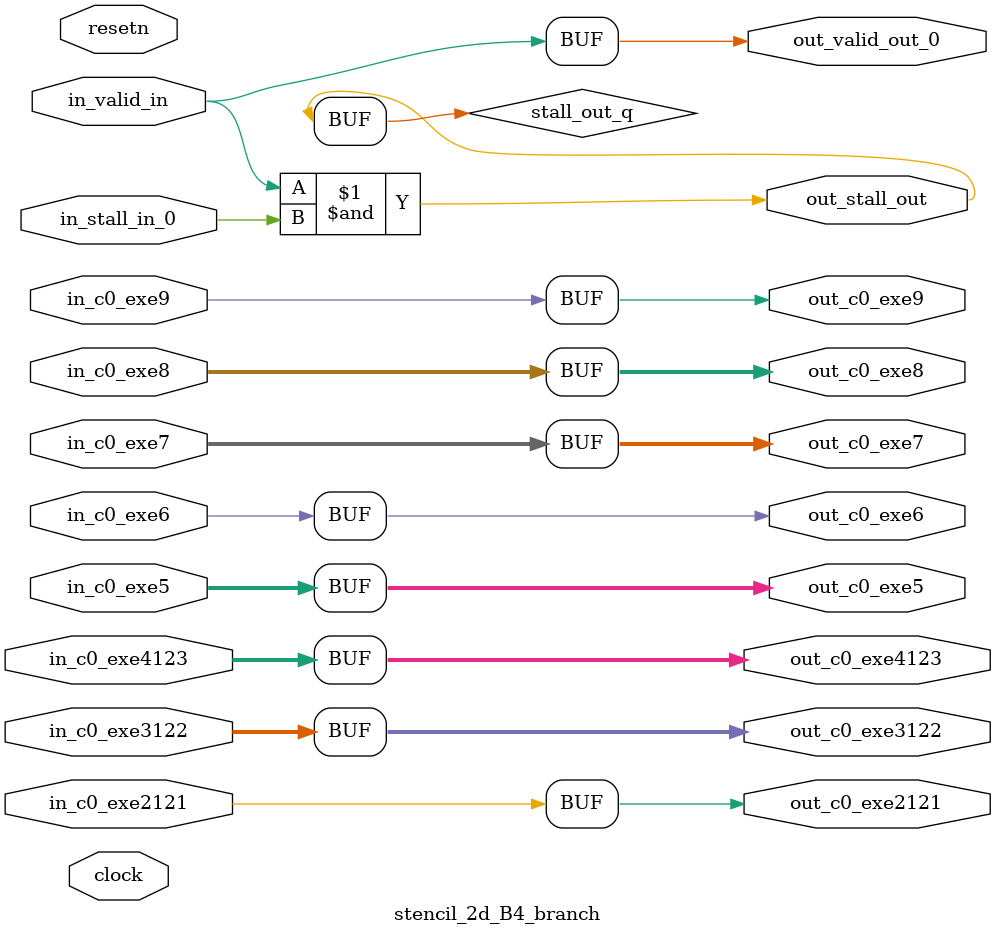
<source format=sv>



(* altera_attribute = "-name AUTO_SHIFT_REGISTER_RECOGNITION OFF; -name MESSAGE_DISABLE 10036; -name MESSAGE_DISABLE 10037; -name MESSAGE_DISABLE 14130; -name MESSAGE_DISABLE 14320; -name MESSAGE_DISABLE 15400; -name MESSAGE_DISABLE 14130; -name MESSAGE_DISABLE 10036; -name MESSAGE_DISABLE 12020; -name MESSAGE_DISABLE 12030; -name MESSAGE_DISABLE 12010; -name MESSAGE_DISABLE 12110; -name MESSAGE_DISABLE 14320; -name MESSAGE_DISABLE 13410; -name MESSAGE_DISABLE 113007; -name MESSAGE_DISABLE 10958" *)
module stencil_2d_B4_branch (
    input wire [0:0] in_c0_exe2121,
    input wire [31:0] in_c0_exe3122,
    input wire [31:0] in_c0_exe4123,
    input wire [31:0] in_c0_exe5,
    input wire [0:0] in_c0_exe6,
    input wire [31:0] in_c0_exe7,
    input wire [31:0] in_c0_exe8,
    input wire [0:0] in_c0_exe9,
    input wire [0:0] in_stall_in_0,
    input wire [0:0] in_valid_in,
    output wire [0:0] out_c0_exe2121,
    output wire [31:0] out_c0_exe3122,
    output wire [31:0] out_c0_exe4123,
    output wire [31:0] out_c0_exe5,
    output wire [0:0] out_c0_exe6,
    output wire [31:0] out_c0_exe7,
    output wire [31:0] out_c0_exe8,
    output wire [0:0] out_c0_exe9,
    output wire [0:0] out_stall_out,
    output wire [0:0] out_valid_out_0,
    input wire clock,
    input wire resetn
    );

    wire [0:0] stall_out_q;


    // out_c0_exe2121(GPOUT,12)
    assign out_c0_exe2121 = in_c0_exe2121;

    // out_c0_exe3122(GPOUT,13)
    assign out_c0_exe3122 = in_c0_exe3122;

    // out_c0_exe4123(GPOUT,14)
    assign out_c0_exe4123 = in_c0_exe4123;

    // out_c0_exe5(GPOUT,15)
    assign out_c0_exe5 = in_c0_exe5;

    // out_c0_exe6(GPOUT,16)
    assign out_c0_exe6 = in_c0_exe6;

    // out_c0_exe7(GPOUT,17)
    assign out_c0_exe7 = in_c0_exe7;

    // out_c0_exe8(GPOUT,18)
    assign out_c0_exe8 = in_c0_exe8;

    // out_c0_exe9(GPOUT,19)
    assign out_c0_exe9 = in_c0_exe9;

    // stall_out(LOGICAL,22)
    assign stall_out_q = in_valid_in & in_stall_in_0;

    // out_stall_out(GPOUT,20)
    assign out_stall_out = stall_out_q;

    // out_valid_out_0(GPOUT,21)
    assign out_valid_out_0 = in_valid_in;

endmodule

</source>
